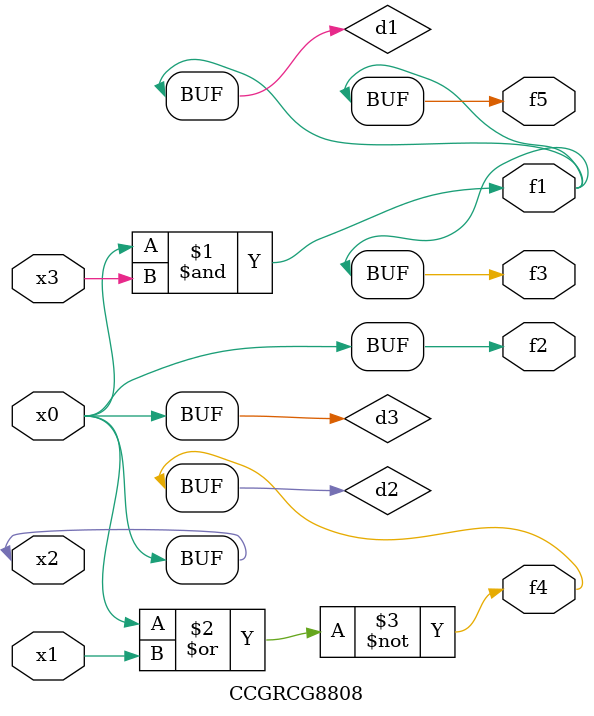
<source format=v>
module CCGRCG8808(
	input x0, x1, x2, x3,
	output f1, f2, f3, f4, f5
);

	wire d1, d2, d3;

	and (d1, x2, x3);
	nor (d2, x0, x1);
	buf (d3, x0, x2);
	assign f1 = d1;
	assign f2 = d3;
	assign f3 = d1;
	assign f4 = d2;
	assign f5 = d1;
endmodule

</source>
